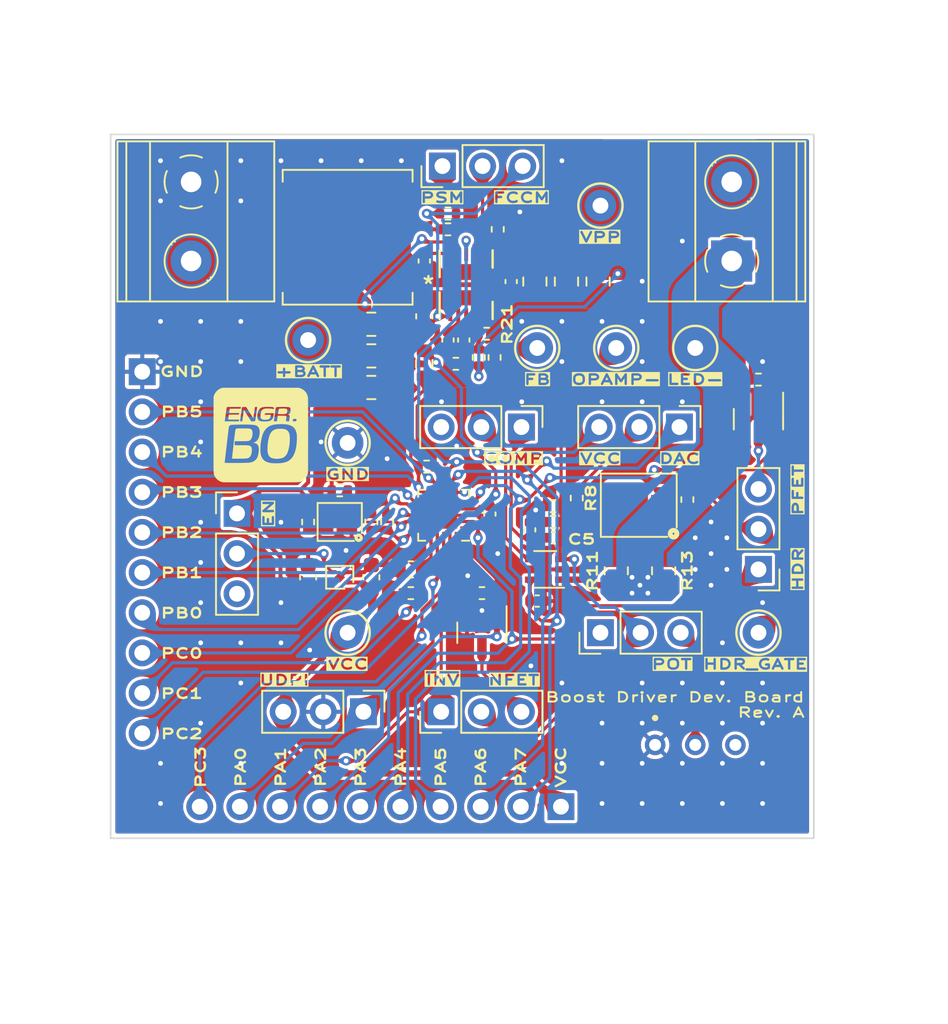
<source format=kicad_pcb>
(kicad_pcb (version 20240108) (generator "pcbnew") (generator_version "8.0")
  (title_block (title "Boost Driver Dev. Board") (rev "A") (company "Engineer Bo (https://www.youtube.com/@engineerbo)"))
  (layers (0 "F.Cu" signal) (1 "In1.Cu" signal) (2 "In2.Cu" signal) (31 "B.Cu" signal) (34 "B.Paste" user) (35 "F.Paste" user) (36 "B.SilkS" user "B.Silkscreen") (37 "F.SilkS" user "F.Silkscreen") (38 "B.Mask" user) (39 "F.Mask" user) (44 "Edge.Cuts" user))
  (net 0 "")
  (net 1 "GND")
  (net 2 "+BATT")
  (net 3 "VCC")
  (net 4 "/EN")
  (net 5 "/LED-")
  (net 6 "/ATtiny1616/UDPI")
  (net 7 "/DAC")
  (net 8 "/ATtiny1616/PC2")
  (net 9 "/ATtiny1616/PC3")
  (net 10 "/ATtiny1616/PA5")
  (net 11 "/ATtiny1616/PB1")
  (net 12 "/HDR")
  (net 13 "/FB")
  (net 14 "Net-(JP1-C)")
  (net 16 "VPP")
  (net 17 "/CurrentFeedback/OPAMP-")
  (net 18 "Net-(U4-BST)")
  (net 19 "Net-(U4-SS)")
  (net 20 "/INV")
  (net 21 "Net-(JP2-B)")
  (net 22 "Net-(JP3-C)")
  (net 24 "Net-(JP4-B)")
  (net 25 "Net-(U4-ILIM)")
  (net 26 "/~{HDR}")
  (net 27 "/~{INV}")
  (net 28 "/CurrentFeedback/HDR_GATE")
  (net 29 "/MP3432/SW")
  (net 30 "VDD")
  (net 31 "/BAT")
  (net 32 "/NTC")
  (net 33 "/BAT_EN")
  (net 34 "Net-(JP5-B)")
  (net 35 "/MP3432/COMP")
  (net 36 "Net-(JP6-A)")
  (net 38 "/OTC")
  (net 39 "Net-(C7-Pad1)")
  (net 40 "Net-(C14-Pad2)")
  (net 41 "Net-(JP6-C)")
  (net 43 "Net-(JP7-A)")
  (net 44 "Net-(Q1B-D2)")
  (net 45 "Net-(Q1A-D1)")
  (net 46 "/CurrentFeedback/HDR_DRAIN")
  (net 47 "/ATtiny1616/PB5")
  (net 48 "/ATtiny1616/PB3")
  (net 49 "/ATtiny1616/PB2")
  (net 50 "/MP3432/MODE")
  (footprint "Resistor_SMD:R_0402_1005Metric" (layer "F.Cu") (at 155.8 91.1)
    (property "Reference" "R21")
    (property "Value" "150k")
  )
  (footprint "Package_SON_AKL:Infineon_PG_TSDSON-8_FL" (layer "F.Cu") (at 165.425 101.9425 180)
    (property "Reference" "Q3" (hide yes))
    (property "Value" "ISZ065N03L5SATMA1" (hide yes))
  )
  (footprint "Connector_PinHeader_2.54mm:PinHeader_1x10_P2.54mm_Vertical" (layer "F.Cu") (at 160.5 121 -90)
    (property "Reference" "J4" (hide yes))
    (property "Value" "Conn_01x10_Pin")
  )
  (footprint "Resistor_SMD:R_0402_1005Metric" (layer "F.Cu") (at 153.350001 83.5)
    (property "Reference" "R16" (hide yes))
    (property "Value" "130k")
  )
  (footprint "TerminalBlock_Phoenix:TerminalBlock_Phoenix_MKDS-1,5-2_1x02_P5.00mm_Horizontal" (layer "F.Cu") (at 171.305 86.5 90)
    (property "Reference" "J2" (hide yes))
    (property "Value" "Screw_Terminal_01x02")
  )
  (footprint "Resistor_SMD:R_0402_1005Metric" (layer "F.Cu") (at 168.5 101.5875 -90)
    (property "Reference" "R10" (hide yes))
    (property "Value" "10k")
  )
  (footprint "Capacitor_SMD:C_0402_1005Metric" (layer "F.Cu") (at 151.850001 86.5 90)
    (property "Reference" "C13" (hide yes))
    (property "Value" "100nF")
  )
  (footprint "TestPoint:TestPoint_Keystone_5000-5004_Miniature" (layer "F.Cu") (at 147 98)
    (property "Reference" "TP2" (hide yes))
    (property "Value" "TestPoint_Probe")
  )
  (footprint "Resistor_SMD:R_0402_1005Metric" (layer "F.Cu") (at 160 102 180)
    (property "Reference" "R9" (hide yes))
    (property "Value" "3k3")
  )
  (footprint "TerminalBlock_Phoenix:TerminalBlock_Phoenix_MKDS-1,5-2_1x02_P5.00mm_Horizontal" (layer "F.Cu") (at 137.095 81.5 -90)
    (property "Reference" "J1" (hide yes))
    (property "Value" "Screw_Terminal_01x02")
  )
  (footprint "Capacitor_SMD:C_0402_1005Metric" (layer "F.Cu") (at 153.350001 91.5 -90)
    (property "Reference" "C12" (hide yes))
    (property "Value" "22nF")
  )
  (footprint "TestPoint:TestPoint_Keystone_5000-5004_Miniature" (layer "F.Cu") (at 164 92)
    (property "Reference" "TP5" (hide yes))
    (property "Value" "TestPoint_Probe")
  )
  (footprint "Connector_PinHeader_2.54mm:PinHeader_1x03_P2.54mm_Vertical" (layer "F.Cu") (at 168 97 -90)
    (property "Reference" "JP3" (hide yes))
    (property "Value" "Jumper_3_Bridged12")
  )
  (footprint "Capacitor_SMD:C_0805_2012Metric" (layer "F.Cu") (at 162.850001 87.8 -90)
    (property "Reference" "C18" (hide yes))
    (property "Value" "22uF")
  )
  (footprint "Capacitor_SMD:C_0402_1005Metric" (layer "F.Cu") (at 160.02 104 180)
    (property "Reference" "C5")
    (property "Value" "3.3nF")
  )
  (footprint "TestPoint:TestPoint_Keystone_5000-5004_Miniature" (layer "F.Cu") (at 169 92)
    (property "Reference" "TP6" (hide yes))
    (property "Value" "TestPoint_Probe")
  )
  (footprint "Resistor_SMD:R_0402_1005Metric" (layer "F.Cu") (at 155.3 92.6 90)
    (property "Reference" "R20" (hide yes))
    (property "Value" "750k")
  )
  (footprint "Capacitor_SMD:C_0603_1608Metric" (layer "F.Cu") (at 151.850001 90 90)
    (property "Reference" "C11" (hide yes))
    (property "Value" "4.7uF")
  )
  (footprint "Capacitor_SMD:C_0603_1608Metric" (layer "F.Cu") (at 144.5 106.5 90)
    (property "Reference" "C1" (hide yes))
    (property "Value" "4.7uF")
  )
  (footprint "TestPoint:TestPoint_Keystone_5000-5004_Miniature" (layer "F.Cu") (at 173 110)
    (property "Reference" "TP4" (hide yes))
    (property "Value" "TestPoint_Probe")
  )
  (footprint "Capacitor_SMD:C_0805_2012Metric" (layer "F.Cu") (at 148.5 90.5)
    (property "Reference" "C8" (hide yes))
    (property "Value" "22uF")
  )
  (footprint "Resistor_SMD:R_0402_1005Metric" (layer "F.Cu") (at 151 107.5 180)
    (property "Reference" "R6" (hide yes))
    (property "Value" "750k")
  )
  (footprint "Package_DFN_QFN:VQFN-20-1EP_3x3mm_P0.4mm_EP1.7x1.7mm" (layer "F.Cu") (at 153.075 102.575 180)
    (property "Reference" "U2" (hide yes))
    (property "Value" "ATtiny1616-M")
  )
  (footprint "TestPoint:TestPoint_Keystone_5000-5004_Miniature" (layer "F.Cu") (at 147 110)
    (property "Reference" "TP3" (hide yes))
    (property "Value" "TestPoint_Probe")
  )
  (footprint "Capacitor_SMD:C_0805_2012Metric" (layer "F.Cu") (at 160.850001 87.8 -90)
    (property "Reference" "C17" (hide yes))
    (property "Value" "22uF")
  )
  (footprint "Connector_PinHeader_2.54mm:PinHeader_1x03_P2.54mm_Vertical" (layer "F.Cu") (at 163 110 90)
    (property "Reference" "JP4" (hide yes))
    (property "Value" "Jumper_3_Bridged12")
  )
  (footprint "Package_TO_SOT_SMD:SOT-23" (layer "F.Cu") (at 155.5 110 -90)
    (property "Reference" "Q4" (hide yes))
    (property "Value" "2N7002K")
  )
  (footprint "Inductor_SMD:L_Coilcraft_XAL7070-XXX" (layer "F.Cu") (at 147 85)
    (property "Reference" "L1" (hide yes))
    (property "Value" "2.2uH")
  )
  (footprint "Resistor_SMD:R_0603_1608Metric" (layer "F.Cu") (at 151.850001 93 -90)
    (property "Reference" "TH1" (hide yes))
    (property "Value" "10k")
  )
  (footprint "footprints:3310C001503L" (layer "F.Cu") (at 166.46 117.095 -90)
    (property "Reference" "VR1" (hide yes))
    (property "Value" "3310C-001-104L" (hide yes))
  )
  (footprint "Package_TO_SOT_SMD:SOT-23" (layer "F.Cu") (at 173 96.5 -90)
    (property "Reference" "Q2" (hide yes))
    (property "Value" "BSS84")
  )
  (footprint "Package_TO_SOT_SMD_AKL:SOT-563" (layer "F.Cu") (at 146.5 103 180)
    (property "Reference" "Q1" (hide yes))
    (property "Value" "DMC2400UV" (hide yes))
  )
  (footprint "Capacitor_SMD:C_0805_2012Metric" (layer "F.Cu") (at 148.5 94.5)
    (property "Reference" "C10" (hide yes))
    (property "Value" "22uF")
  )
  (footprint "Connector_PinHeader_2.54mm:PinHeader_1x03_P2.54mm_Vertical" (layer "F.Cu") (at 140 102.46)
    (property "Reference" "JP1" (hide yes))
    (property "Value" "Jumper_3_Bridged12")
  )
  (footprint "Connector_PinHeader_2.54mm:PinHeader_1x03_P2.54mm_Vertical" (layer "F.Cu") (at 153 80.5 90)
    (property "Reference" "JP7" (hide yes))
    (property "Value" "Jumper_3_Bridged12")
  )
  (footprint "Resistor_SMD:R_0402_1005Metric" (layer "F.Cu") (at 161.5 101.49 -90)
    (property "Reference" "R8")
    (property "Value" "150k")
  )
  (footprint "Resistor_SMD:R_0402_1005Metric" (layer "F.Cu") (at 146.5 101 180)
    (property "Reference" "R5" (hide yes))
    (property "Value" "10k")
  )
  (footprint "Resistor_SMD:R_0402_1005Metric" (layer "F.Cu") (at 148.5 103 -90)
    (property "Reference" "R2" (hide yes))
    (property "Value" "20k")
  )
  (footprint "Resistor_SMD:R_0402_1005Metric" (layer "F.Cu") (at 153.850001 93 180)
    (property "Reference" "R19" (hide yes))
    (property "Value" "6k8")
  )
  (footprint "Resistor_SMD:R_0402_1005Metric" (layer "F.Cu") (at 153.350001 84.5 180)
    (property "Reference" "R17" (hide yes))
    (property "Value" "22k")
  )
  (footprint "Capacitor_SMD:C_0402_1005Metric" (layer "F.Cu") (at 157.350001 87.8 90)
    (property "Reference" "C15" (hide yes))
    (property "Value" "100nF")
  )
  (footprint "Connector_PinHeader_2.54mm:PinHeader_1x03_P2.54mm_Vertical" (layer "F.Cu") (at 173 106 180)
    (property "Reference" "JP2" (hide yes))
    (property "Value" "Jumper_3_Bridged12")
  )
  (footprint "footprints:QFN-13_MP3431_MNP" (layer "F.Cu") (at 154.5 88)
    (property "Reference" "U4" (hide yes))
    (property "Value" "MP3432GL-Z")
  )
  (footprint "Resistor_SMD:R_0402_1005Metric" (layer "F.Cu") (at 152 99.5)
    (property "Reference" "R1" (hide yes))
    (property "Value" "10k")
  )
  (footprint "Connector_PinHeader_2.54mm:PinHeader_1x03_P2.54mm_Vertical" (layer "F.Cu") (at 148 115 -90)
    (property "Reference" "J3" (hide yes))
    (property "Value" "Conn_01x03_Pin")
  )
  (footprint "Capacitor_SMD:C_0805_2012Metric" (layer "F.Cu") (at 158.850001 87.8 -90)
    (property "Reference" "C16" (hide yes))
    (property "Value" "22uF")
  )
  (footprint "Resistor_SMD:R_0402_1005Metric" (layer "F.Cu") (at 144.5 103 -90)
    (property "Reference" "R4" (hide yes))
    (property "Value" "10k")
  )
  (footprint "Resistor_SMD:R_0402_1005Metric" (layer "F.Cu") (at 173 94)
    (property "Reference" "R7" (hide yes))
    (property "Value" "10k")
  )
  (footprint "Capacitor_SMD:C_0805_2012Metric" (layer "F.Cu") (at 148.5 92.5)
    (property "Reference" "C9" (hide yes))
    (property "Value" "22uF")
  )
  (footprint "Capacitor_SMD:C_0603_1608Metric" (layer "F.Cu") (at 151 106 180)
    (property "Reference" "C3" (hide yes))
    (property "Value" "4.7uF")
  )
  (footprint "Connector_PinHeader_2.54mm:PinHeader_1x03_P2.54mm_Vertical" (layer "F.Cu") (at 158 97 -90)
    (property "Reference" "JP6" (hide yes))
    (property "Value" "Jumper_3_Bridged12")
  )
  (footprint "TestPoint:TestPoint_Keystone_5000-5004_Miniature" (layer "F.Cu") (at 163 83)
    (property "Reference" "TP8" (hide yes))
    (property "Value" "TestPoint_Probe")
  )
  (footprint "Capacitor_SMD:C_0402_1005Metric" (layer "F.Cu") (at 156 102.5 90)
    (property "Reference" "C4" (hide yes))
    (property "Value" "100nF")
  )
  (footprint "Resistor_SMD:R_0402_1005Metric" (layer "F.Cu") (at 149.5 103 90)
    (property "Reference" "R3" (hide yes))
    (property "Value" "10k")
  )
  (footprint "TestPoint:TestPoint_Keystone_5000-5004_Miniature" (layer "F.Cu") (at 159 92)
    (property "Reference" "TP7" (hide yes))
    (property "Value" "TestPoint_Probe")
  )
  (footprint "Capacitor_SMD:C_0603_1608Metric" (layer "F.Cu") (at 148.5 106.5 90)
    (property "Reference" "C2" (hide yes))
    (property "Value" "4.7uF")
  )
  (footprint "Package_TO_SOT_SMD:SOT-353_SC-70-5" (layer "F.Cu") (at 159.5 106 180)
    (property "Reference" "U3" (hide yes))
    (property "Value" "TLV333/OPA333")
  )
  (footprint "TestPoint:TestPoint_Keystone_5000-5004_Miniature" (layer "F.Cu") (at 144.5 91.5)
    (property "Reference" "TP1" (hide yes))
    (property "Value" "TestPoint_Probe")
  )
  (footprint "Package_DFN_QFN:OnSemi_XDFN4-1EP_1.0x1.0mm_EP0.52x0.52mm" (layer "F.Cu") (at 146.5 106.5 180)
    (property "Reference" "U1" (hide yes))
    (property "Value" "NCP114AMX250TCG")
  )
  (footprint "Resistor_SMD:R_0402_1005Metric" (layer "F.Cu") (at 156.5 84.5 90)
    (property "Reference" "R18" (hide yes))
    (property "Value" "27k")
  )
  (footprint "Engineer_Bo_Logo:logo_6mm" (layer "F.Cu") (at 141.5 97.5)
    (property "Reference" "LOGO1" (hide yes))
    (property "Value" "LOGO" (hide yes))
  )
  (footprint "Connector_PinHeader_2.54mm:PinHeader_1x03_P2.54mm_Vertical" (layer "F.Cu") (at 152.92 115 90)
    (property "Reference" "JP5" (hide yes))
    (property "Value" "Jumper_3_Bridged12")
  )
  (footprint "Resistor_SMD:R_0402_1005Metric" (layer "F.Cu") (at 155.5 107.5 180)
    (property "Reference" "R12" (hide yes))
    (property "Value" "10k")
  )
  (footprint "Resistor_SMD:R_0402_1005Metric" (layer "F.Cu") (at 156.3 92.6 90)
    (property "Reference" "R15" (hide yes))
    (property "Value" "100k")
  )
  (footprint "Capacitor_SMD:C_0402_1005Metric" (layer "F.Cu") (at 154.350001 91.5 -90)
    (property "Reference" "C14" (hide yes))
    (property "Value" "6.8nF")
  )
  (footprint "Capacitor_SMD:C_0402_1005Metric" (layer "F.Cu") (at 158.52 103.5 -90)
    (property "Reference" "C7" (hide yes))
    (property "Value" "DNP")
  )
  (footprint "Resistor_SMD:R_0402_1005Metric" (layer "F.Cu") (at 160 103 180)
    (property "Reference" "R14" (hide yes))
    (property "Value" "DNP")
  )
  (footprint "Resistor_SMD:R_0805_2012Metric" (layer "F.Cu") (at 164 106.0875 -90)
    (property "Reference" "R11")
    (property "Value" "5mR")
  )
  (footprint "Resistor_SMD:R_0805_2012Metric" (layer "F.Cu") (at 167 106.0875 -90)
    (property "Reference" "R13")
    (property "Value" "1R")
  )
  (footprint "Capacitor_SMD:C_0402_1005Metric" (layer "F.Cu") (at 159 108 180)
    (property "Reference" "C6" (hide yes))
    (property "Value" "100nF")
  )
  (footprint "Connector_PinHeader_2.54mm:PinHeader_1x10_P2.54mm_Vertical" (layer "F.Cu") (at 134 93.5)
    (property "Reference" "J5" (hide yes))
    (property "Value" "Conn_01x10_Pin")
  )
  (gr_rect (start 132 78.5) (end 176.5 123) (stroke (width 0.1)) (fill none) (layer "Edge.Cuts"))
  (gr_text "${TITLE}\nRev. ${REVISION}" (at 176 115.4 0) (layer "F.SilkS") (effects (font (size 0.6 0.9) (thickness 0.125) (bold yes)) (justify right bottom)))
  (segment (start 148.05 106.175) (end 148.5 105.725) (width 0.25) (layer "F.Cu") (net 1))
  (segment (start 146.985 106.175) (end 148.05 106.175) (width 0.25) (layer "F.Cu") (net 1))
  (segment (start 155.595 102.575) (end 156 102.98) (width 0.2) (layer "F.Cu") (net 1))
  (segment (start 146.985 106.175) (end 146.825 106.175) (width 0.25) (layer "F.Cu") (net 1))
  (segment (start 154.525 102.575) (end 155.595 102.575) (width 0.2) (layer "F.Cu") (net 1))
  (segment (start 146.825 106.175) (end 146.5 106.5) (width 0.25) (layer "F.Cu") (net 1))
  (segment (start 154.525 102.575) (end 153.075 102.575) (width 0.2) (layer "F.Cu") (net 1))
  (via (at 165.64 120.8) (size 0.6) (drill 0.3) (layers "F.Cu" "B.Cu") (net 1))
  (via (at 173.26 113.18) (size 0.6) (drill 0.3) (layers "F.Cu" "B.Cu") (net 1))
  (via (at 170 103) (size 0.6) (drill 0.3) (layers "F.Cu" "B.Cu") (net 1))
  (via (at 170.72 113.18) (size 0.6) (drill 0.3) (layers "F.Cu" "B.Cu") (net 1))
  (via (at 165.64 87.78) (size 0.6) (drill 0.3) (layers "F.Cu" "B.Cu") (net 1))
  (via (at 173.26 108.1) (size 0.6) (drill 0.3) (layers "F.Cu" "B.Cu") (net 1))
  (via (at 168.18 120.8) (size 0.6) (drill 0.3) (layers "F.Cu" "B.Cu") (net 1))
  (via (at 165.64 115.72) (size 0.6) (drill 0.3) (layers "F.Cu" "B.Cu") (net 1))
  (via (at 160.56 118.26) (size 0.6) (drill 0.3) (layers "F.Cu" "B.Cu") (net 1))
  (via (at 153.9 98.2) (size 0.6) (drill 0.3) (layers "F.Cu" "B.Cu") (net 1))
  (via (at 137.7 95.4) (size 0.6) (drill 0.3) (layers "F.Cu" "B.Cu") (net 1))
  (via (at 168.18 115.72) (size 0.6) (drill 0.3) (layers "F.Cu" "B.Cu") (net 1))
  (via (at 135.16 92.86) (size 0.6) (drill 0.3) (layers "F.Cu" "B.Cu") (net 1))
  (via (at 170 107) (size 0.6) (drill 0.3) (layers "F.Cu" "B.Cu") (net 1))
  (via (at 154.6 106.4) (size 0.6) (drill 0.3) (layers "F.Cu" "B.Cu") (net 1))
  (via (at 165.64 92.86) (size 0.6) (drill 0.3) (layers "F.Cu" "B.Cu") (net 1))
  (via (at 169 104) (size 0.6) (drill 0.3) (layers "F.Cu" "B.Cu") (net 1))
  (via (at 147.86 80.16) (size 0.6) (drill 0.3) (layers "F.Cu" "B.Cu") (net 1))
  (via (at 165.64 95.4) (size 0.6) (drill 0.3) (layers "F.Cu" "B.Cu") (net 1))
  (via (at 137.7 90.32) (size 0.6) (drill 0.3) (layers "F.Cu" "B.Cu") (net 1))
  (via (at 144.6 111.1) (size 0.6) (drill 0.3) (layers "F.Cu" "B.Cu") (net 1))
  (via (at 135.16 82.7) (size 0.6) (drill 0.3) (layers "F.Cu" "B.Cu") (net 1))
  (via (at 137.7 110.64) (size 0.6) (drill 0.3) (layers "F.Cu" "B.Cu") (net 1))
  (via (at 169 106) (size 0.6) (drill 0.3) (layers "F.Cu" "B.Cu") (net 1))
  (via (at 135.16 90.32) (size 0.6) (drill 0.3) (layers "F.Cu" "B.Cu") (net 1))
  (via (at 140.24 92.86) (size 0.6) (drill 0.3) (layers "F.Cu" "B.Cu") (net 1))
  (via (at 170 105) (size 0.6) (drill 0.3) (layers "F.Cu" "B.Cu") (net 1))
  (via (at 135.16 80.16) (size 0.6) (drill 0.3) (layers "F.Cu" "B.Cu") (net 1))
  (via (at 142.78 103.02) (size 0.6) (drill 0.3) (layers "F.Cu" "B.Cu") (net 1))
  (via (at 160.56 92.86) (size 0.6) (drill 0.3) (layers "F.Cu" "B.Cu") (net 1))
  (via (at 135.16 120.8) (size 0.6) (drill 0.3) (layers "F.Cu" "B.Cu") (net 1))
  (via (at 140.24 118.26) (size 0.6) (drill 0.3) (layers "F.Cu" "B.Cu") (net 1))
  (via (at 145.32 97.94) (size 0.6) (drill 0.3) (layers "F.Cu" "B.Cu") (net 1))
  (via (at 137.7 105.56) (size 0.6) (drill 0.3) (layers "F.Cu" "B.Cu") (net 1))
  (via (at 168.18 85.24) (size 0.6) (drill 0.3) (layers "F.Cu" "B.Cu") (net 1))
  (via (at 145.32 80.16) (size 0.6) (drill 0.3) (layers "F.Cu" "B.Cu") (net 1))
  (via (at 160.56 80.16) (size 0.6) (drill 0.3) (layers "F.Cu" "B.Cu") (net 1))
  (via (at 170.72 110.64) (size 0.6) (drill 0.3) (layers "F.Cu" "B.Cu") (net 1))
  (via (at 158.02 95.4) (size 0.6) (drill 0.3) (layers "F.Cu" "B.Cu") (net 1))
  (via (at 137.7 92.86) (size 0.6) (drill 0.3) (layers "F.Cu" "B.Cu") (net 1))
  (via (at 150.4 80.16) (size 0.6) (drill 0.3) (layers "F.Cu" "B.Cu") (net 1))
  (via (at 171 104) (size 0.6) (drill 0.3) (layers "F.Cu" "B.Cu") (net 1))
  (via (at 173.26 115.72) (size 0.6) (drill 0.3) (layers "F.Cu" "B.Cu") (net 1))
  (via (at 165.64 118.26) (size 0.6) (drill 0.3) (layers "F.Cu" "B.Cu") (net 1))
  (via (at 137.7 97.94) (size 0.6) (drill 0.3) (layers "F.Cu" "B.Cu") (net 1))
  (via (at 137.7 108.1) (size 0.6) (drill 0.3) (layers "F.Cu" "B.Cu") (net 1))
  (via (at 140.24 113.18) (size 0.6) (drill 0.3) (layers "F.Cu" "B.Cu") (net 1))
  (via (at 163.1 120.8) (size 0.6) (drill 0.3) (layers "F.Cu" "B.Cu") (net 1))
  (via (at 135.16 118.26) (size 0.6) (drill 0.3) (layers "F.Cu" "B.Cu") (net 1))
  (via (at 155.5 108.6) (size 0.6) (drill 0.3) (layers "F.Cu" "B.Cu") (net 1))
  (via (at 170.72 118.26) (size 0.6) (drill 0.3) (layers "F.Cu" "B.Cu") (net 1))
  (via (at 168.18 118.26) (size 0.6) (drill 0.3) (layers "F.Cu" "B.Cu") (net 1))
  (via (at 140.24 82.7) (size 0.6) (drill 0.3) (layers "F.Cu" "B.Cu") (net 1))
  (via (at 157.9 83.4) (size 0.6) (drill 0.3) (layers "F.Cu" "B.Cu") (net 1))
  (via (at 160.56 90.32) (size 0.6) (drill 0.3) (layers "F.Cu" "B.Cu") (net 1))
  (via (at 158.6 112.1) (size 0.6) (drill 0.3) (layers "F.Cu" "B.Cu") (net 1))
  (via (at 173.26 118.26) (size 0.6) (drill 0.3) (layers "F.Cu" "B.Cu") (net 1))
  (via (at 170.72 115.72) (size 0.6) (drill 0.3) (layers "F.Cu" "B.Cu") (net 1))
  (via (at 137.7 115.72) (size 0.6) (drill 0.3) (layers "F.Cu" "B.Cu") (net 1))
  (via (at 152.94 95.4) (size 0.6) (drill 0.3) (layers "F.Cu" "B.Cu") (net 1))
  (via (at 163.1 115.72) (size 0.6) (drill 0.3) (layers "F.Cu" "B.Cu") (net 1))
  (via (at 158.9 102.245968) (size 0.6) (drill 0.3) (layers "F.Cu" "B.Cu") (net 1))
  (via (at 163.1 90.32) (size 0.6) (drill 0.3) (layers "F.Cu" "B.Cu") (net 1))
  (via (at 156.5 105) (size 0.6) (drill 0.3) (layers "F.Cu" "B.Cu") (net 1))
  (via (at 168.18 113.18) (size 0.6) (drill 0.3) (layers "F.Cu" "B.Cu") (net 1))
  (via (at 165.64 113.18) (size 0.6) (drill 0.3) (layers "F.Cu" "B.Cu") (net 1))
  (via (at 140.24 90.32) (size 0.6) (drill 0.3) (layers "F.Cu" "B.Cu") (net 1))
  (via (at 165.64 90.32) (size 0.6) (drill 0.3) (layers "F.Cu" "B.Cu") (net 1))
  (via (at 140.24 110.64) (size 0.6) (drill 0.3) (layers "F.Cu" "B.Cu") (net 1))
  (via (at 140.24 80.16) (size 0.6) (drill 0.3) (layers "F.Cu" "B.Cu") (net 1))
  (via (at 137.7 103.02) (size 0.6) (drill 0.3) (layers "F.Cu" "B.Cu") (net 1))
  (via (at 173.26 92.86) (size 0.6) (drill 0.3) (layers "F.Cu" "B.Cu") (net 1))
  (via (at 149.5 99) (size 0.6) (drill 0.3) (layers "F.Cu" "B.Cu") (net 1))
  (via (at 173.26 120.8) (size 0.6) (drill 0.3) (layers "F.Cu" "B.Cu") (net 1))
  (via (at 142.78 80.16) (size 0.6) (drill 0.3) (layers "F.Cu" "B.Cu") (net 1))
  (via (at 170.72 120.8) (size 0.6) (drill 0.3) (layers "F.Cu" "B.Cu") (net 1))
  (via (at 163.1 95.4) (size 0.6) (drill 0.3) (layers "F.Cu" "B.Cu") (net 1))
  (via (at 168.18 95.4) (size 0.6) (drill 0.3) (layers "F.Cu" "B.Cu") (net 1))
  (via (at 171 106) (size 0.6) (drill 0.3) (layers "F.Cu" "B.Cu") (net 1))
  (via (at 142.78 110.64) (size 0.6) (drill 0.3) (layers "F.Cu" "B.Cu") (net 1))
  (via (at 160.56 113.18) (size 0.6) (drill 0.3) (layers "F.Cu" "B.Cu") (net 1))
  (via (at 158.02 90.32) (size 0.6) (drill 0.3) (layers "F.Cu" "B.Cu") (net 1))
  (via (at 142.78 108.1) (size 0.6) (drill 0.3) (layers "F.Cu" "B.Cu") (net 1))
  (via (at 163.1 118.26) (size 0.6) (drill 0.3) (layers "F.Cu" "B.Cu") (net 1))
  (via (at 146.9 104.8) (size 0.6) (drill 0.3) (layers "F.Cu" "B.Cu") (net 1))
  (segment (start 145.5 94.5) (end 147.55 94.5) (width 0.25) (layer "F.Cu") (net 2))
  (segment (start 140.03 102.49) (end 140 102.46) (width 0.2) (layer "F.Cu") (net 2))
  (segment (start 153.7 85.3) (end 151.9 85.3) (width 0.2) (layer "F.Cu") (net 2))
  (segment (start 141.5 101) (end 144 101) (width 0.25) (layer "F.Cu") (net 2))
  (segment (start 140 102.46) (end 140.04 102.46) (width 0.25) (layer "F.Cu") (net 2))
  (segment (start 142.75 105.21) (end 140 102.46) (width 0.25) (layer "F.Cu") (net 2))
  (segment (start 144.5 100.5) (end 144.5 95.5) (width 0.25) (layer "F.Cu") (net 2))
  (segment (start 146.015 106.825) (end 144.95 106.825) (width 0.25) (layer "F.Cu") (net 2))
  (segment (start 144.5 101.5) (end 144 101) (width 0.2) (layer "F.Cu") (net 2))
  (segment (start 143.525 107.275) (end 142.75 106.5) (width 0.25) (layer "F.Cu") (net 2))
  (segment (start 151.9 85.3) (end 151.7 85.1) (width 0.2) (layer "F.Cu") (net 2))
  (segment (start 140.04 102.46) (end 141.5 101) (width 0.25) (layer "F.Cu") (net 2))
  (segment (start 154.000001 86.100001) (end 154.000001 85.600001) (width 0.2) (layer "F.Cu") (net 2))
  (segment (start 144 101) (end 144.5 100.5) (width 0.25) (layer "F.Cu") (net 2))
  (segment (start 144.5 102.49) (end 144.5 101.5) (width 0.2) (layer "F.Cu") (net 2))
  (segment (start 144.5 95.5) (end 145.5 94.5) (width 0.25) (layer "F.Cu") (net 2))
  (segment (start 144.95 106.825) (end 144.5 107.275) (width 0.25) (layer "F.Cu") (net 2))
  (segment (start 145.75 102.5) (end 144.51 102.5) (width 0.2) (layer "F.Cu") (net 2))
  (segment (start 142.75 106.5) (end 142.75 105.21) (width 0.25) (layer "F.Cu") (net 2))
  (segment (start 154.000001 85.600001) (end 153.7 85.3) (width 0.2) (layer "F.Cu") (net 2))
  (segment (start 144.5 107.275) (end 143.525 107.275) (width 0.25) (layer "F.Cu") (net 2))
  (segment (start 144.51 102.5) (end 144.5 102.49) (width 0.2) (layer "F.Cu") (net 2))
  (via (at 148.1 89.2) (size 0.6) (drill 0.3) (layers "F.Cu" "B.Cu") (net 2))
  (via (at 151.7 85.1) (size 0.6) (drill 0.3) (layers "F.Cu" "B.Cu") (net 2))
  (segment (start 148.1 88.7) (end 148.1 89.2) (width 0.2) (layer "B.Cu") (net 2))
  (segment (start 151.7 85.1) (end 148.1 88.7) (width 0.2) (layer "B.Cu") (net 2))
  (segment (start 147 110) (end 142.92 114.08) (width 0.4) (layer "F.Cu") (net 3))
  (segment (start 148.05 106.825) (end 148.5 107.275) (width 0.25) (layer "F.Cu") (net 3))
  (segment (start 142.92 116.72) (end 145.1 118.9) (width 0.4) (layer "F.Cu") (net 3))
  (segment (start 146.985 106.825) (end 148.05 106.825) (width 0.25) (layer "F.Cu") (net 3))
  (segment (start 148.5 108.5) (end 148.5 107.275) (width 0.4) (layer "F.Cu") (net 3))
  (segment (start 155.225 102.175) (end 155.38 102.02) (width 0.2) (layer "F.Cu") (net 3))
  (segment (start 154.525 102.175) (end 155.225 102.175) (width 0.2) (layer "F.Cu") (net 3))
  (segment (start 156 101.625) (end 156.375 101.25) (width 0.2) (layer "F.Cu") (net 3))
  (segment (start 158.4 118.9) (end 160.5 121) (width 0.4) (layer "F.Cu") (net 3))
  (segment (start 142.92 114.08) (end 142.92 115) (width 0.4) (layer "F.Cu") (net 3))
  (segment (start 152.5875 92.9125) (end 152.5875 92.912499) (width 0.2) (layer "F.Cu") (net 3))
  (segment (start 156 102.02) (end 156 101.625) (width 0.2) (layer "F.Cu") (net 3))
  (segment (start 147 110) (end 148.5 108.5) (width 0.4) (layer "F.Cu") (net 3))
  (segment (start 145.1 118.9) (end 158.4 118.9) (width 0.4) (layer "F.Cu") (net 3))
  (segment (start 155.2 98.6) (end 156.375 99.775) (width 0.2) (layer "F.Cu") (net 3))
  (segment (start 155.38 102.02) (end 156 102.02) (width 0.2) (layer "F.Cu") (net 3))
  (segment (start 142.92 115) (end 142.92 116.72) (width 0.4) (layer "F.Cu") (net 3))
  (segment (start 156.375 99.775) (end 156.375 101.25) (width 0.2) (layer "F.Cu") (net 3))
  (segment (start 152.5875 92.912499) (end 151.850001 92.175) (width 0.2) (layer "F.Cu") (net 3))
  (via (at 155.2 98.6) (size 0.6) (drill 0.3) (layers "F.Cu" "B.Cu") (net 3))
  (via (at 156.375 101.25) (size 0.6) (drill 0.3) (layers "F.Cu" "B.Cu") (net 3))
  (via (at 152.5875 92.9125) (size 0.6) (drill 0.3) (layers "F.Cu" "B.Cu") (net 3))
  (segment (start 154.2 94.525) (end 152.5875 92.9125) (width 0.2) (layer "B.Cu") (net 3))
  (segment (start 161.32 98.6) (end 162.92 97) (width 0.2) (layer "B.Cu") (net 3))
  (segment (start 155.2 98.6) (end 154.2 97.6) (width 0.2) (layer "B.Cu") (net 3))
  (segment (start 154.5 102.5) (end 155.125 102.5) (width 0.4) (layer "B.Cu") (net 3))
  (segment (start 147 110) (end 154.5 102.5) (width 0.4) (layer "B.Cu") (net 3))
  (segment (start 155.125 102.5) (end 156.375 101.25) (width 0.4) (layer "B.Cu") (net 3))
  (segment (start 154.2 97.6) (end 154.2 94.525) (width 0.2) (layer "B.Cu") (net 3))
  (segment (start 155.2 98.6) (end 161.32 98.6) (width 0.2) (layer "B.Cu") (net 3))
  (segment (start 160.25 109.25) (end 159.25 109.25) (width 0.2) (layer "F.Cu") (net 4))
  (segment (start 159.25 109.25) (end 158.52 108.52) (width 0.2) (layer "F.Cu") (net 4))
  (segment (start 153.075 101.125) (end 153.075 100.025) (width 0.2) (layer "F.Cu") (net 4))
  (segment (start 158.55 107.97) (end 158.52 108) (width 0.2) (layer "F.Cu") (net 4))
  (segment (start 158.55 106.65) (end 158.55 107.97) (width 0.2) (layer "F.Cu") (net 4))
  (segment (start 158.52 108.52) (end 158.52 108) (width 0.2) (layer "F.Cu") (net 4))
  (segment (start 153.075 100.025) (end 153.9 99.2) (width 0.2) (layer "F.Cu") (net 4))
  (segment (start 154.5 85.2) (end 154.5 86.100001) (width 0.2) (layer "F.Cu") (net 4))
  (via (at 154.5 85.2) (size 0.6) (drill 0.3) (layers "F.Cu" "B.Cu") (net 4))
  (via (at 153.9 99.2) (size 0.6) (drill 0.3) (layers "F.Cu" "B.Cu") (net 4))
  (via (at 160.25 109.25) (size 0.6) (drill 0.3) (layers "F.Cu" "B.Cu") (net 4))
  (segment (start 154.5 89.5) (end 154.5 85.2) (width 0.2) (layer "B.Cu") (net 4))
  (segment (start 160.25 109.25) (end 160.25 101.45) (width 0.2) (layer "B.Cu") (net 4))
  (segment (start 153.9 99.2) (end 153.1 99.2) (width 0.2) (layer "B.Cu") (net 4))
  (segment (start 153.1 99.2) (end 151.5 97.6) (width 0.2) (layer "B.Cu") (net 4))
  (segment (start 151.5 97.6) (end 151.5 92.5) (width 0.2) (layer "B.Cu") (net 4))
  (segment (start 151.5 92.5) (end 154.5 89.5) (width 0.2) (layer "B.Cu") (net 4))
  (segment (start 160.25 109.25) (end 159.8 109.7) (width 0.2) (layer "B.Cu") (net 4))
  (segment (start 159.8 109.7) (end 159.8 119.16) (width 0.2) (layer "B.Cu") (net 4))
  (segment (start 159.8 119.16) (end 157.96 121) (width 0.2) (layer "B.Cu") (net 4))
  (segment (start 158 99.2) (end 153.9 99.2) (width 0.2) (layer "B.Cu") (net 4))
  (segment (start 160.25 101.45) (end 158 99.2) (width 0.2) (layer "B.Cu") (net 4))
  (segment (start 162.35 107) (end 164 107) (width 0.4) (layer "F.Cu") (net 5))
  (segment (start 160.45 106.65) (end 162 106.65) (width 0.4) (layer "F.Cu") (net 5))
  (segment (start 162 106.65) (end 162.35 107) (width 0.4) (layer "F.Cu") (net 5))
  (via (at 166 107.5) (size 0.6) (drill 0.3) (layers "F.Cu" "B.Cu") (net 5))
  (via (at 165.5 107) (size 0.6) (drill 0.3) (layers "F.Cu" "B.Cu") (net 5))
  (via (at 165 106.5) (size 0.6) (drill 0.3) (layers "F.Cu" "B.Cu") (net 5))
  (via (at 165 107.5) (size 0.6) (drill 0.3) (layers "F.Cu" "B.Cu") (net 5))
  (via (at 166 106.5) (size 0.6) (drill 0.3) (layers "F.Cu" "B.Cu") (net 5))
  (segment (start 171 98.75) (end 165.5 104.25) (width 3) (layer "B.Cu") (net 5))
  (segment (start 165.5 104.25) (end 165.5 106) (width 3) (layer "B.Cu") (net 5))
  (segment (start 169 92) (end 171 94) (width 3) (layer "B.Cu") (net 5))
  (segment (start 171 94) (end 171 98.75) (width 3) (layer "B.Cu") (net 5))
  (segment (start 169 88.805) (end 171.305 86.5) (width 3) (layer "B.Cu") (net 5))
  (segment (start 169 92) (end 169 88.805) (width 3) (layer "B.Cu") (net 5))
  (segment (start 152.4 108.4) (end 153.475 107.325) (width 0.2) (layer "F.Cu") (net 6))
  (segment (start 152.4 110.6) (end 152.4 108.4) (width 0.2) (layer "F.Cu") (net 6))
  (segment (start 148 115) (end 152.4 110.6) (width 0.2) (layer "F.Cu") (net 6))
  (segment (start 153.475 107.325) (end 153.475 104.025) (width 0.2) (layer "F.Cu") (net 6))
  (segment (start 146 117) (end 148 115) (width 0.2) (layer "B.Cu") (net 6))
  (segment (start 144.18 117) (end 146 117) (width 0.2) (layer "B.Cu") (net 6))
  (segment (start 140.18 121) (end 144.18 117) (width 0.2) (layer "B.Cu") (net 6))
  (segment (start 154 100) (end 153.475 100.525) (width 0.2) (layer "F.Cu") (net 7))
  (segment (start 153.475 100.525) (end 153.475 101.125) (width 0.2) (layer "F.Cu") (net 7))
  (segment (start 159.55 99.15) (end 159.6 99.15) (width 0.2) (layer "F.Cu") (net 7))
  (segment (start 158.361091 100.338909) (end 159.55 99.15) (width 0.2) (layer "F.Cu") (net 7))
  (via (at 159.6 99.15) (size 0.6) (drill 0.3) (layers "F.Cu" "B.Cu") (net 7))
  (via (at 158.361091 100.338909) (size 0.6) (drill 0.3) (layers "F.Cu" "B.Cu") (net 7))
  (via (at 154 100) (size 0.6) (drill 0.3) (layers "F.Cu" "B.Cu") (net 7))
  (segment (start 165.4 99.6) (end 168 97) (width 0.2) (layer "B.Cu") (net 7))
  (segment (start 159.346 117.074) (end 155.42 121) (width 0.2) (layer "B.Cu") (net 7))
  (segment (start 159.346 109.254) (end 159.346 117.074) (width 0.2) (layer "B.Cu") (net 7))
  (segment (start 160.05 99.6) (end 165.4 99.6) (width 0.2) (layer "B.Cu") (net 7))
  (segment (start 159.8 108.8) (end 159.346 109.254) (width 0.2) (layer "B.Cu") (net 7))
  (segment (start 159.8 101.777818) (end 159.8 108.8) (width 0.2) (layer "B.Cu") (net 7))
  (segment (start 154 100) (end 154.2 99.8) (width 0.2) (layer "B.Cu") (net 7))
  (segment (start 154.2 99.8) (end 157.822182 99.8) (width 0.2) (layer "B.Cu") (net 7))
  (segment (start 158.361091 100.338909) (end 159.8 101.777818) (width 0.2) (layer "B.Cu") (net 7))
  (segment (start 159.6 99.15) (end 160.05 99.6) (width 0.2) (layer "B.Cu") (net 7))
  (segment (start 157.822182 99.8) (end 158.361091 100.338909) (width 0.2) (layer "B.Cu") (net 7))
  (segment (start 152.675 106.625) (end 152.4 106.9) (width 0.2) (layer "F.Cu") (net 8))
  (segment (start 152.675 104.025) (end 152.675 106.625) (width 0.2) (layer "F.Cu") (net 8))
  (via (at 152.4 106.9) (size 0.6) (drill 0.3) (layers "F.Cu" "B.Cu") (net 8))
  (segment (start 137.86 112.5) (end 134 116.36) (width 0.2) (layer "B.Cu") (net 8))
  (segment (start 148 112.5) (end 137.86 112.5) (width 0.2) (layer "B.Cu") (net 8))
  (segment (start 152.4 106.9) (end 152.4 108.1) (width 0.2) (layer "B.Cu") (net 8))
  (segment (start 152.4 108.1) (end 148 112.5) (width 0.2) (layer "B.Cu") (net 8))
  (segment (start 151.7 108.575736) (end 153.075 107.200736) (width 0.2) (layer "F.Cu") (net 9))
  (segment (start 153.075 107.200736) (end 153.075 104.025) (width 0.2) (layer "F.Cu") (net 9))
  (segment (start 151.7 110.2) (end 151.7 108.575736) (width 0.2) (layer "F.Cu") (net 9))
  (via (at 151.7 110.2) (size 0.6) (drill 0.3) (layers "F.Cu" "B.Cu") (net 9))
  (segment (start 151.7 110.2) (end 148.8 113.1) (width 0.2) (layer "B.Cu") (net 9))
  (segment (start 148.8 113.1) (end 141.8 113.1) (width 0.2) (layer "B.Cu") (net 9))
  (segment (start 137.64 117.26) (end 137.64 121) (width 0.2) (layer "B.Cu") (net 9))
  (segment (start 141.8 113.1) (end 137.64 117.26) (width 0.2) (layer "B.Cu") (net 9))
  (segment (start 153.875 101.125) (end 154.375 101.125) (width 0.2) (layer "F.Cu") (net 10))
  (segment (start 154.375 101.125) (end 154.4 101.1) (width 0.2) (layer "F.Cu") (net 10))
  (via (at 154.4 101.1) (size 0.6) (drill 0.3) (layers "F.Cu" "B.Cu") (net 10))
  (segment (start 158 105.5) (end 158.5 106) (width 0.2) (layer "B.Cu") (net 10))
  (segment (start 158.5 106) (end 158.5 111.2) (width 0.2) (layer "B.Cu") (net 10))
  (segment (start 151.3 114.2) (end 151.3 119.42) (width 0.2) (layer "B.Cu") (net 10))
  (segment (start 158.5 111.2) (end 157.2 112.5) (width 0.2) (layer "B.Cu") (net 10))
  (segment (start 154.4 101.1) (end 155.3 100.2) (width 0.2) (layer "B.Cu") (net 10))
  (segment (start 157.35 100.2) (end 158.5 101.35) (width 0.2) (layer "B.Cu") (net 10))
  (segment (start 151.3 119.42) (end 152.88 121) (width 0.2) (layer "B.Cu") (net 10))
  (segment (start 158.5 101.35) (end 158.5 101.8) (width 0.2) (layer "B.Cu") (net 10))
  (segment (start 153 112.5) (end 151.3 114.2) (width 0.2) (layer "B.Cu") (net 10))
  (segment (start 158 102.3) (end 158 105.5) (width 0.2) (layer "B.Cu") (net 10))
  (segment (start 157.2 112.5) (end 153 112.5) (width 0.2) (layer "B.Cu") (net 10))
  (segment (start 158.5 101.8) (end 158 102.3) (width 0.2) (layer "B.Cu") (net 10))
  (segment (start 155.3 100.2) (end 157.35 100.2) (width 0.2) (layer "B.Cu") (net 10))
  (segment (start 150.675 102.575) (end 150.5 102.4) (width 0.2) (layer "F.Cu") (net 11))
  (segment (start 151.625 102.575) (end 150.675 102.575) (width 0.2) (layer "F.Cu") (net 11))
  (via (at 150.5 102.4) (size 0.6) (drill 0.3) (layers "F.Cu" "B.Cu") (net 11))
  (segment (start 150.5 102.4) (end 146.6 106.3) (width 0.2) (layer "B.Cu") (net 11))
  (segment (start 146.6 106.3) (end 146.5 106.2) (width 0.2) (layer "B.Cu") (net 11))
  (segment (start 146.5 106.2) (end 134 106.2) (width 0.2) (layer "B.Cu") (net 11))
  (segment (start 154.975 102.975) (end 155.25 103.25) (width 0.2) (layer "F.Cu") (net 12))
  (segment (start 160.1 110.4) (end 162.2 108.3) (width 0.2) (layer "F.Cu") (net 12))
  (segment (start 170.7 108.3) (end 173 106) (width 0.2) (layer "F.Cu") (net 12))
  (segment (start 154.525 102.975) (end 154.975 102.975) (width 0.2) (layer "F.Cu") (net 12))
  (segment (start 155.25 103.25) (end 155.25 104) (width 0.2) (layer "F.Cu") (net 12))
  (segment (start 162.2 108.3) (end 170.7 108.3) (width 0.2) (layer "F.Cu") (net 12))
  (segment (start 157.4 110.4) (end 160.1 110.4) (width 0.2) (layer "F.Cu") (net 12))
  (via (at 155.25 104) (size 0.6) (drill 0.3) (layers "F.Cu" "B.Cu") (net 12))
  (via (at 157.4 110.4) (size 0.6) (drill 0.3) (layers "F.Cu" "B.Cu") (net 12))
  (segment (start 150.2 118.6) (end 147.8 121) (width 0.2) (layer "B.Cu") (net 12))
  (segment (start 150.2 113.8) (end 150.2 118.6) (width 0.2) (layer "B.Cu") (net 12))
  (segment (start 156.5 111.3) (end 152.7 111.3) (width 0.2) (layer "B.Cu") (net 12))
  (segment (start 155.25 105.25) (end 157.4 107.4) (width 0.2) (layer "B.Cu") (net 12))
  (segment (start 157.4 107.4) (end 157.4 110.4) (width 0.2) (layer "B.Cu") (net 12))
  (segment (start 152.7 111.3) (end 150.2 113.8) (width 0.2) (layer "B.Cu") (net 12))
  (segment (start 157.4 110.4) (end 156.5 111.3) (width 0.2) (layer "B.Cu") (net 12))
  (segment (start 155.25 104) (end 155.25 105.25) (width 0.2) (layer "B.Cu") (net 12))
  (segment (start 155.3 91.11) (end 155.29 91.1) (width 0.2) (layer "F.Cu") (net 13))
  (segment (start 156.3 92.09) (end 158.91 92.09) (width 0.2) (layer "F.Cu") (net 13))
  (segment (start 156.3 92.09) (end 155.3 92.09) (width 0.2) (layer "F.Cu") (net 13))
  (segment (start 155.3 92.09) (end 155.3 91.11) (width 0.2) (layer "F.Cu") (net 13))
  (segment (start 155.29 91.1) (end 154.999999 90.809999) (width 0.2) (layer "F.Cu") (net 13))
  (segment (start 158.91 92.09) (end 159 92) (width 0.2) (layer "F.Cu") (net 13))
  (segment (start 154.999999 90.809999) (end 154.999999 89.899999) (width 0.2) (layer "F.Cu") (net 13))
  (segment (start 145.5 105.66) (end 145.5 105) (width 0.2) (layer "F.Cu") (net 14))
  (segment (start 146.015 106.175) (end 145.5 105.66) (width 0.2) (layer "F.Cu") (net 14))
  (via (at 145.5 105) (size 0.6) (drill 0.3) (layers "F.Cu" "B.Cu") (net 14))
  (segment (start 145.5 105) (end 140 105) (width 0.2) (layer "B.Cu") (net 14))
  (segment (start 172.49 91.01) (end 173.75 89.75) (width 0.2) (layer "F.Cu") (net 16))
  (segment (start 173.75 89.75) (end 173.75 83.945) (width 0.2) (layer "F.Cu") (net 16))
  (segment (start 172.05 95.5625) (end 172.05 94.44) (width 0.2) (layer "F.Cu") (net 16))
  (segment (start 155.3 93.11) (end 155.3 93.8) (width 0.2) (layer "F.Cu") (net 16))
  (segment (start 172.05 94.44) (end 172.49 94) (width 0.2) (layer "F.Cu") (net 16))
  (segment (start 173.75 83.945) (end 171.305 81.5) (width 0.2) (layer "F.Cu") (net 16))
  (segment (start 172.49 94) (end 172.49 91.01) (width 0.2) (layer "F.Cu") (net 16))
  (via (at 155.3 93.8) (size 0.6) (drill 0.3) (layers "F.Cu" "B.Cu") (net 16))
  (via (at 164.1 87.3) (size 0.6) (drill 0.3) (layers "F.Cu" "B.Cu") (net 16))
  (segment (start 157.8 89.4) (end 162 89.4) (width 0.2) (layer "B.Cu") (net 16))
  (segment (start 155.3 91.9) (end 157.8 89.4) (width 0.2) (layer "B.Cu") (net 16))
  (segment (start 162 89.4) (end 164.1 87.3) (width 0.2) (layer "B.Cu") (net 16))
  (segment (start 155.3 93.8) (end 155.3 91.9) (width 0.2) (layer "B.Cu") (net 16))
  (segment (start 156.96 116.5) (end 159.04 116.5) (width 0.2) (layer "F.Cu") (net 17))
  (segment (start 160.45 104.05) (end 160.5 104) (width 0.2) (layer "F.Cu") (net 17))
  (segment (start 160.51 102) (end 160.51 103.99) (width 0.2) (layer "F.Cu") (net 17))
  (segment (start 160.51 103.99) (end 160.5 104) (width 0.2) (layer "F.Cu") (net 17))
  (segment (start 159.04 116.5) (end 165.54 110) (width 0.2) (layer "F.Cu") (net 17))
  (segment (start 160.51 102) (end 161.5 102) (width 0.2) (layer "F.Cu") (net 17))
  (segment (start 155.46 115) (end 156.96 116.5) (width 0.2) (layer "F.Cu") (net 17))
  (segment (start 161.35 105.35) (end 160.45 105.35) (width 0.2) (layer "F.Cu") (net 17))
  (segment (start 160.51 102) (end 160.51 95.49) (width 0.2) (layer "F.Cu") (net 17))
  (segment (start 160.51 95.49) (end 164 92) (width 0.2) (layer "F.Cu") (net 17))
  (segment (start 160.45 105.35) (end 160.45 104.05) (width 0.2) (layer "F.Cu") (net 17))
  (via (at 161.35 105.35) (size 0.6) (drill 0.3) (layers "F.Cu" "B.Cu") (net 17))
  (segment (start 163.94 108.4) (end 163 108.4) (width 0.2) (layer "B.Cu") (net 17))
  (segment (start 165.54 110) (end 163.94 108.4) (width 0.2) (layer "B.Cu") (net 17))
  (segment (start 161.35 106.75) (end 161.35 105.35) (width 0.2) (layer "B.Cu") (net 17))
  (segment (start 163 108.4) (end 161.35 106.75) (width 0.2) (layer "B.Cu") (net 17))
  (segment (start 153.419998 86.02) (end 153.499999 86.100001) (width 0.2) (layer "F.Cu") (net 18))
  (segment (start 151.850001 86.02) (end 153.419998 86.02) (width 0.2) (layer "F.Cu") (net 18))
  (segment (start 154.000001 90.37) (end 153.350001 91.02) (width 0.2) (layer "F.Cu") (net 19))
  (segment (start 154.000001 89.899999) (end 154.000001 90.37) (width 0.2) (layer "F.Cu") (net 19))
  (segment (start 156.01 107.5) (end 156.01 106.76) (width 0.2) (layer "F.Cu") (net 20))
  (segment (start 156.45 107.94) (end 156.01 107.5) (width 0.2) (layer "F.Cu") (net 20))
  (segment (start 156.45 109.0625) (end 156.45 107.94) (width 0.2) (layer "F.Cu") (net 20))
  (segment (start 156.45 110.25) (end 156.45 109.0625) (width 0.2) (layer "F.Cu") (net 20))
  (segment (start 154.525 105.275) (end 154.525 103.375) (width 0.2) (layer "F.Cu") (net 20))
  (segment (start 156.01 106.76) (end 154.525 105.275) (width 0.2) (layer "F.Cu") (net 20))
  (via (at 156.45 110.25) (size 0.6) (drill 0.3) (layers "F.Cu" "B.Cu") (net 20))
  (segment (start 153.05 110.25) (end 149.6 113.7) (width 0.2) (layer "B.Cu") (net 20))
  (segment (start 149.6 113.7) (end 149.6 116.66) (width 0.2) (layer "B.Cu") (net 20))
  (segment (start 149.6 116.66) (end 145.26 121) (width 0.2) (layer "B.Cu") (net 20))
  (segment (start 156.45 110.25) (end 153.05 110.25) (width 0.2) (layer "B.Cu") (net 20))
  (segment (start 173 97.4375) (end 173 98.5) (width 0.2) (layer "F.Cu") (net 21))
  (via (at 173 98.5) (size 0.6) (drill 0.3) (layers "F.Cu" "B.Cu") (net 21))
  (segment (start 173 98.5) (end 173 100.92) (width 0.2) (layer "B.Cu") (net 21))
  (segment (start 161.5 100.98) (end 161.5 100.96) (width 0.2) (layer "F.Cu") (net 22))
  (segment (start 161.5 100.96) (end 165.46 97) (width 0.2) (layer "F.Cu") (net 22))
  (segment (start 169 110.92) (end 169 117.095) (width 0.2) (layer "F.Cu") (net 24))
  (segment (start 168.08 110) (end 169 110.92) (width 0.2) (layer "F.Cu") (net 24))
  (segment (start 155.500001 86.100001) (end 155.500001 85.679999) (width 0.2) (layer "F.Cu") (net 25))
  (segment (start 155.500001 85.679999) (end 156.17 85.01) (width 0.2) (layer "F.Cu") (net 25))
  (segment (start 156.17 85.01) (end 156.5 85.01) (width 0.2) (layer "F.Cu") (net 25))
  (segment (start 173.95 94.44) (end 173.51 94) (width 0.2) (layer "F.Cu") (net 26))
  (segment (start 172.675 99.7) (end 173.95 98.425) (width 0.2) (layer "F.Cu") (net 26))
  (segment (start 173.95 95.5625) (end 173.95 94.44) (width 0.2) (layer "F.Cu") (net 26))
  (segment (start 155.4 101.3) (end 154.925 101.775) (width 0.2) (layer "F.Cu") (net 26))
  (segment (start 158.423267 101.576733) (end 157.9 101.576733) (width 0.2) (layer "F.Cu") (net 26))
  (segment (start 159.8 100.2) (end 158.423267 101.576733) (width 0.2) (layer "F.Cu") (net 26))
  (segment (start 155.4 101.1) (end 155.4 101.3) (width 0.2) (layer "F.Cu") (net 26))
  (segment (start 166.4 99.7) (end 172.675 99.7) (width 0.2) (layer "F.Cu") (net 26))
  (segment (start 173.95 98.425) (end 173.95 95.5625) (width 0.2) (layer "F.Cu") (net 26))
  (segment (start 154.925 101.775) (end 154.525 101.775) (width 0.2) (layer "F.Cu") (net 26))
  (via (at 166.4 99.7) (size 0.6) (drill 0.3) (layers "F.Cu" "B.Cu") (net 26))
  (via (at 157.9 101.576733) (size 0.6) (drill 0.3) (layers "F.Cu" "B.Cu") (net 26))
  (via (at 159.8 100.2) (size 0.6) (drill 0.3) (layers "F.Cu" "B.Cu") (net 26))
  (via (at 155.4 101.1) (size 0.6) (drill 0.3) (layers "F.Cu" "B.Cu") (net 26))
  (segment (start 165.9 100.2) (end 166.4 99.7) (width 0.2) (layer "B.Cu") (net 26))
  (segment (start 157.023267 100.7) (end 157.9 101.576733) (width 0.2) (layer "B.Cu") (net 26))
  (segment (start 157.95 106.55) (end 157.3 105.9) (width 0.2) (layer "B.Cu") (net 26))
  (segment (start 155.8 100.7) (end 157.023267 100.7) (width 0.2) (layer "B.Cu") (net 26))
  (segment (start 150.8 113.9) (end 152.8 111.9) (width 0.2) (layer "B.Cu") (net 26))
  (segment (start 157.3 102.176733) (end 157.9 101.576733) (width 0.2) (layer "B.Cu") (net 26))
  (segment (start 159.8 100.2) (end 165.9 100.2) (width 0.2) (layer "B.Cu") (net 26))
  (segment (start 157.95 110.9) (end 157.95 106.55) (width 0.2) (layer "B.Cu") (net 26))
  (segment (start 155.4 101.1) (end 155.8 100.7) (width 0.2) (layer "B.Cu") (net 26))
  (segment (start 156.95 111.9) (end 157.95 110.9) (width 0.2) (layer "B.Cu") (net 26))
  (segment (start 152.8 111.9) (end 156.95 111.9) (width 0.2) (layer "B.Cu") (net 26))
  (segment (start 157.3 105.9) (end 157.3 102.176733) (width 0.2) (layer "B.Cu") (net 26))
  (segment (start 150.34 121) (end 150.8 120.54) (width 0.2) (layer "B.Cu") (net 26))
  (segment (start 150.8 120.54) (end 150.8 113.9) (width 0.2) (layer "B.Cu") (net 26))
  (segment (start 152.92 108.48) (end 152.92 115) (width 0.2) (layer "F.Cu") (net 27))
  (segment (start 153.875 104.025) (end 153.875 107.525) (width 0.2) (layer "F.Cu") (net 27))
  (segment (start 147.7 118.1) (end 146.9 118.1) (width 0.2) (layer "F.Cu") (net 27))
  (segment (start 153.875 107.525) (end 152.92 108.48) (width 0.2) (layer "F.Cu") (net 27))
  (segment (start 150.8 115) (end 147.7 118.1) (width 0.2) (layer "F.Cu") (net 27))
  (segment (start 150.8 115) (end 152.92 115) (width 0.2) (layer "F.Cu") (net 27))
  (via (at 146.9 118.1) (size 0.6) (drill 0.3) (layers "F.Cu" "B.Cu") (net 27))
  (segment (start 146.9 118.1) (end 145.62 118.1) (width 0.2) (layer "B.Cu") (net 27))
  (segment (start 145.62 118.1) (end 142.72 121) (width 0.2) (layer "B.Cu") (net 27))
  (segment (start 169.5775 101.0775) (end 171.96 103.46) (width 0.2) (layer "F.Cu") (net 28))
  (segment (start 173 103.46) (end 175 105.46) (width 0.2) (layer "F.Cu") (net 28))
  (segment (start 168.5 101.0775) (end 169.5775 101.0775) (width 0.2) (layer "F.Cu") (net 28))
  (segment (start 175 108) (end 173 110) (width 0.2) (layer "F.Cu") (net 28))
  (segment (start 175 105.46) (end 175 108) (width 0.2) (layer "F.Cu") (net 28))
  (segment (start 166.95 100.9675) (end 168.39 100.9675) (width 0.2) (layer "F.Cu") (net 28))
  (segment (start 171.96 103.46) (end 173 103.46) (width 0.2) (layer "F.Cu") (net 28))
  (segment (start 168.39 100.9675) (end 168.5 101.0775) (width 0.2) (layer "F.Cu") (net 28))
  (segment (start 152.7 90) (end 153.399998 90) (width 0.2) (layer "F.Cu") (net 30))
  (segment (start 152.7 90) (end 152.6625 90) (width 0.2) (layer "F.Cu") (net 30))
  (segment (start 151.8875 90.775) (end 151.850001 90.775) (width 0.2) (layer "F.Cu") (net 30))
  (segment (start 152 83.5) (end 152.840001 83.5) (width 0.2) (layer "F.Cu") (net 30))
  (segment (start 152.6625 90) (end 151.8875 90.775) (width 0.2) (layer "F.Cu") (net 30))
  (segment (start 153.399998 90) (end 153.499999 89.899999) (width 0.2) (layer "F.Cu") (net 30))
  (via (at 152 83.5) (size 0.6) (drill 0.3) (layers "F.Cu" "B.Cu") (net 30))
  (via (at 152.7 90) (size 0.6) (drill 0.3) (layers "F.Cu" "B.Cu") (net 30))
  (segment (start 152 83.5) (end 155.08 83.5) (width 0.2) (layer "B.Cu") (net 30))
  (segment (start 155.08 83.5) (end 158.08 80.5) (width 0.2) (layer "B.Cu") (net 30))
  (segment (start 152.7 84.2) (end 152 83.5) (width 0.2) (layer "B.Cu") (net 30))
  (segment (start 152.7 90) (end 152.7 84.2) (width 0.2) (layer "B.Cu") (net 30))
  (segment (start 150.55 104.15) (end 150.25 104.15) (width 0.2) (layer "F.Cu") (net 31))
  (segment (start 150.25 104.15) (end 149.61 103.51) (width 0.2) (layer "F.Cu") (net 31))
  (segment (start 149.61 103.51) (end 149.5 103.51) (width 0.2) (layer "F.Cu") (net 31))
  (segment (start 151.325 103.375) (end 151.625 103.375) (width 0.2) (layer "F.Cu") (net 31))
  (segment (start 148.5 103.51) (end 149.5 103.51) (width 0.2) (layer "F.Cu") (net 31))
  (segment (start 150.55 104.15) (end 151.325 103.375) (width 0.2) (layer "F.Cu") (net 31))
  (via (at 150.55 104.15) (size 0.6) (drill 0.3) (layers "F.Cu" "B.Cu") (net 31))
  (segment (start 150.55 104.15) (end 143.42 111.28) (width 0.2) (layer "B.Cu") (net 31))
  (segment (start 143.42 111.28) (end 134 111.28) (width 0.2) (layer "B.Cu") (net 31))
  (segment (start 151 99.01) (end 151.49 99.5) (width 0.2) (layer "F.Cu") (net 32))
  (segment (start 151.850001 94.649999) (end 151 95.5) (width 0.2) (layer "F.Cu") (net 32))
  (segment (start 151.49 99.5) (end 151.49 100.79) (width 0.2) (layer "F.Cu") (net 32))
  (segment (start 151.850001 93.825) (end 151.850001 94.649999) (width 0.2) (layer "F.Cu") (net 32))
  (segment (start 152.275 101.125) (end 151.825 101.125) (width 0.2) (layer "F.Cu") (net 32))
  (segment (start 151 95.5) (end 151 99.01) (width 0.2) (layer "F.Cu") (net 32))
  (segment (start 151.825 101.125) (end 151.49 100.79) (width 0.2) (layer "F.Cu") (net 32))
  (via (at 151.49 100.79) (size 0.6) (drill 0.3) (layers "F.Cu" "B.Cu") (net 32))
  (segment (start 150.8 100.1) (end 151.49 100.79) (width 0.2) (layer "B.Cu") (net 32))
  (segment (start 134 98.58) (end 135.52 100.1) (width 0.2) (layer "B.Cu") (net 32))
  (segment (start 135.52 100.1) (end 150.8 100.1) (width 0.2) (layer "B.Cu") (net 32))
  (segment (start 146.5 101.51) (end 147.01 101) (width 0.2) (layer "F.Cu") (net 33))
  (segment (start 150.1 103) (end 150.4 103.3) (width 0.16) (layer "F.Cu") (net 33))
  (segment (start 150.725 102.975) (end 150.4 103.3) (width 0.2) (layer "F.Cu") (net 33))
  (segment (start 146.7 103) (end 146.5 102.8) (width 0.2) (layer "F.Cu") (net 33))
  (segment (start 151.625 102.975) (end 150.725 102.975) (width 0.2) (layer "F.Cu") (net 33))
  (segment (start 146.5 102.8) (end 146.5 101.51) (width 0.2) (layer "F.Cu") (net 33))
  (segment (start 147.25 103) (end 146.7 103) (width 0.2) (layer "F.Cu") (net 33))
  (segment (start 147.25 103) (end 150.1 103) (width 0.16) (layer "F.Cu") (net 33))
  (via (at 150.4 103.3) (size 0.6) (drill 0.3) (layers "F.Cu" "B.Cu") (net 33))
  (segment (start 135.06 109.8) (end 134 108.74) (width 0.2) (layer "B.Cu") (net 33))
  (segment (start 150.4 103.3) (end 143.9 109.8) (width 0.2) (layer "B.Cu") (net 33))
  (segment (start 143.9 109.8) (end 135.06 109.8) (width 0.2) (layer "B.Cu") (net 33))
  (segment (start 155.5 112.5) (end 158 115) (width 0.2) (layer "F.Cu") (net 34))
  (segment (start 155.5 110.9375) (end 155.5 112.5) (width 0.2) (layer "F.Cu") (net 34))
  (segment (start 154.5 89.899999) (end 154.5 90.870001) (width 0.2) (layer "F.Cu") (net 35))
  (segment (start 154.5 90.870001) (end 154.350001 91.02) (width 0.2) (layer "F.Cu") (net 35))
  (segment (start 158.54 104) (end 158.52 103.98) (width 0.2) (layer "F.Cu") (net 36))
  (segment (start 159.54 104) (end 158.54 104) (width 0.2) (layer "F.Cu") (net 36))
  (segment (start 157.35 103.35) (end 157.35 98.65) (width 0.2) (layer "F.Cu") (net 36))
  (segment (start 157.98 103.98) (end 157.35 103.35) (width 0.2) (layer "F.Cu") (net 36))
  (segment (start 158.52 103.98) (end 157.98 103.98) (width 0.2) (layer "F.Cu") (net 36))
  (segment (start 157.35 98.65) (end 158 98) (width 0.2) (layer "F.Cu") (net 36))
  (segment (start 158 98) (end 158 97) (width 0.2) (layer "F.Cu") (net 36))
  (segment (start 151.51 106.265) (end 151.775 106) (width 0.2) (layer "F.Cu") (net 38))
  (segment (start 151.51 107.5) (end 151.51 107.89) (width 0.2) (layer "F.Cu") (net 38))
  (segment (start 151.51 107.5) (end 151.51 106.265) (width 0.2) (layer "F.Cu") (net 38))
  (segment (start 151.51 107.89) (end 150.7 108.7) (width 0.2) (layer "F.Cu") (net 38))
  (segment (start 152.275 104.025) (end 152.275 105.5) (width 0.2) (layer "F.Cu") (net 38))
  (segment (start 152.275 105.5) (end 151.775 106) (width 0.2) (layer "F.Cu") (net 38))
  (via (at 150.7 108.7) (size 0.6) (drill 0.3) (layers "F.Cu" "B.Cu") (net 38))
  (segment (start 147.5 111.9) (end 135.92 111.9) (width 0.2) (layer "B.Cu") (net 38))
  (segment (start 150.7 108.7) (end 147.5 111.9) (width 0.2) (layer "B.Cu") (net 38))
  (segment (start 135.92 111.9) (end 134 113.82) (width 0.2) (layer "B.Cu") (net 38))
  (segment (start 158.54 103) (end 158.52 103.02) (width 0.2) (layer "F.Cu") (net 39))
  (segment (start 159.49 103) (end 158.54 103) (width 0.2) (layer "F.Cu") (net 39))
  (segment (start 154.350001 92.99) (end 154.360001 93) (width 0.2) (layer "F.Cu") (net 40))
  (segment (start 154.350001 91.98) (end 154.350001 92.99) (width 0.2) (layer "F.Cu") (net 40))
  (segment (start 156.3 94.5) (end 155.46 95.34) (width 0.2) (layer "F.Cu") (net 41))
  (segment (start 158.55 105.35) (end 158.35 105.35) (width 0.2) (layer "F.Cu") (net 41))
  (segment (start 158.35 105.35) (end 157 104) (width 0.2) (layer "F.Cu") (net 41))
  (segment (start 157 104) (end 157 98.54) (width 0.2) (layer "F.Cu") (net 41))
  (segment (start 155.46 95.34) (end 155.46 97) (width 0.2) (layer "F.Cu") (net 41))
  (segment (start 156.3 93.11) (end 156.3 94.5) (width 0.2) (layer "F.Cu") (net 41))
  (segment (start 157 98.54) (end 155.46 97) (width 0.2) (layer "F.Cu") (net 41))
  (segment (start 153.860001 83.5) (end 153.860001 84.5) (width 0.2) (layer "F.Cu") (net 43))
  (segment (start 153 82) (end 153 80.5) (width 0.2) (layer "F.Cu") (net 43))
  (segment (start 153.860001 84) (end 153.860001 82.860001) (width 0.2) (layer "F.Cu") (net 43))
  (segment (start 153.860001 82.860001) (end 153 82) (width 0.2) (layer "F.Cu") (net 43))
  (segment (start 148.49 102.5) (end 148.5 102.49) (width 0.2) (layer "F.Cu") (net 44))
  (segment (start 147.25 102.5) (end 148.49 102.5) (width 0.2) (layer "F.Cu") (net 44))
  (segment (start 145.75 103) (end 145.3 103) (width 0.16) (layer "F.Cu") (net 45))
  (segment (start 144.51 103.5) (end 144.5 103.51) (width 0.2) (layer "F.Cu") (net 45))
  (segment (start 145.1 103.5) (end 144.51 103.5) (width 0.2) (layer "F.Cu") (net 45))
  (segment (start 145.3 103) (end 145.1 103.2) (width 0.16) (layer "F.Cu") (net 45))
  (segment (start 145.1 103.2) (end 145.1 103.5) (width 0.16) (layer "F.Cu") (net 45))
  (segment (start 145.75 103.5) (end 145.1 103.5) (width 0.2) (layer "F.Cu") (net 45))
  (segment (start 152.200368 100.210322) (end 152.675 100.684954) (width 0.2) (layer "F.Cu") (net 47))
  (segment (start 152.112629 100.210322) (end 152.200368 100.210322) (width 0.2) (layer "F.Cu") (net 47))
  (segment (start 152.675 100.684954) (end 152.675 101.125) (width 0.2) (layer "F.Cu") (net 47))
  (via (at 152.112629 100.210322) (size 0.6) (drill 0.3) (layers "F.Cu" "B.Cu") (net 47))
  (segment (start 147.94 96.04) (end 134 96.04) (width 0.2) (layer "B.Cu") (net 47))
  (segment (start 152.112629 100.210322) (end 152.110322 100.210322) (width 0.2) (layer "B.Cu") (net 47))
  (segment (start 152.110322 100.210322) (end 147.94 96.04) (width 0.2) (layer "B.Cu") (net 47))
  (segment (start 151.275 101.775) (end 151.625 101.775) (width 0.2) (layer "F.Cu") (net 48))
  (segment (start 150.8 101.3) (end 151.275 101.775) (width 0.2) (layer "F.Cu") (net 48))
  (via (at 150.8 101.3) (size 0.6) (drill 0.3) (layers "F.Cu" "B.Cu") (net 48))
  (segment (start 134 101.12) (end 134.22 100.9) (width 0.2) (layer "B.Cu") (net 48))
  (segment (start 150.8 101.3) (end 150.4 100.9) (width 0.2) (layer "B.Cu") (net 48))
  (segment (start 134.22 100.9) (end 150.4 100.9) (width 0.2) (layer "B.Cu") (net 48))
  (segment (start 151.075 102.175) (end 150.75 101.85) (width 0.2) (layer "F.Cu") (net 49))
  (segment (start 150.75 101.85) (end 150.35 101.85) (width 0.2) (layer "F.Cu") (net 49))
  (segment (start 151.625 102.175) (end 151.075 102.175) (width 0.2) (layer "F.Cu") (net 49))
  (segment (start 150.35 101.85) (end 150 101.5) (width 0.2) (layer "F.Cu") (net 49))
  (via (at 150 101.5) (size 0.6) (drill 0.3) (layers "F.Cu" "B.Cu") (net 49))
  (segment (start 150 101.5) (end 147.8 103.7) (width 0.2) (layer "B.Cu") (net 49))
  (segment (start 134.04 103.7) (end 134 103.66) (width 0.2) (layer "B.Cu") (net 49))
  (segment (start 147.8 103.7) (end 134.04 103.7) (width 0.2) (layer "B.Cu") (net 49))
  (segment (start 155.54 84.96) (end 154.999999 85.500001) (width 0.2) (layer "F.Cu") (net 50))
  (segment (start 154.999999 85.500001) (end 154.999999 86.100001) (width 0.2) (layer "F.Cu") (net 50))
  (segment (start 155.54 80.5) (end 155.54 84.96) (width 0.2) (layer "F.Cu") (net 50))
  (zone (net 2) (net_name "+BATT") (layer "F.Cu") (priority 4) (connect_pads yes (clearance 0.2)) (min_thickness 0.25) (fill yes (thermal_gap 0.25) (thermal_bridge_width 0.25))
    (polygon (pts (xy 145.5 81) (xy 143 81) (xy 140 84) (xy 136 84) (xy 134.5 85.5) (xy 134.5 87.5) (xy 136 89) (xy 140.5 89) (xy 142 90.5) (xy 142 93) (xy 144.5 95.5) (xy 148 95.5) (xy 148.5 95) (xy 148.5 89) (xy 147 87.5) (xy 147 82.5)))
  )
  (zone (net 1) (net_name "GND") (layer "F.Cu") (priority 1) (connect_pads yes (clearance 0.1)) (min_thickness 0.25) (fill yes (thermal_gap 0.5) (thermal_bridge_width 0.5))
    (polygon (pts (xy 166.2 102.9) (xy 165.5 103.6) (xy 165.5 106) (xy 168 106) (xy 168 104.4) (xy 167.8 104.2) (xy 167.8 101.3) (xy 166.2 101.3)))
  )
  (zone (net 29) (net_name "/MP3432/SW") (layer "F.Cu") (priority 2) (connect_pads yes (clearance 0.2)) (min_thickness 0.25) (fill yes (thermal_gap 0.25) (thermal_bridge_width 0.25))
    (polygon (pts (xy 153.7 87.7) (xy 152.5 86.5) (xy 151.5 86.5) (xy 151 86) (xy 151 81.5) (xy 150.5 81) (xy 148.5 81) (xy 147 82.5) (xy 147 87.5) (xy 148.5 89) (xy 150.5 89) (xy 151.35 88.15) (xy 153.7 88.15)))
  )
  (zone (net 16) (net_name "VPP") (layer "F.Cu") (priority 2) (connect_pads yes (clearance 0.1)) (min_thickness 0.25) (fill yes (thermal_gap 0.5) (thermal_bridge_width 0.5))
    (polygon (pts (xy 154 87.7) (xy 164.5 87.7) (xy 168 84) (xy 172.5 84) (xy 174 82.5) (xy 174 80.5) (xy 172.5 79) (xy 163.5 79) (xy 155.8 86.7) (xy 153 86.7)))
  )
  (zone (net 46) (net_name "/CurrentFeedback/HDR_DRAIN") (layer "F.Cu") (priority 2) (connect_pads yes (clearance 0.1)) (min_thickness 0.25) (fill yes (thermal_gap 0.5) (thermal_bridge_width 0.5))
    (polygon (pts (xy 163 105.5) (xy 163 101) (xy 163.5 100.5) (xy 165.5 100.5) (xy 166 101) (xy 166 103) (xy 165.5 103.5) (xy 165.5 106) (xy 163.5 106)))
  )
  (zone (net 1) (net_name "GND") (layer "F.Cu") (priority 1) (connect_pads yes (clearance 0.2)) (min_thickness 0.25) (fill yes (thermal_gap 0.25) (thermal_bridge_width 0.25))
    (polygon (pts (xy 151.3 88.3) (xy 150.5 89.1) (xy 148.5 89.1) (xy 148.5 95.5) (xy 150.2 95.5) (xy 151.2 94.5) (xy 156.8 94.5) (xy 156.8 89.5) (xy 163.8 89.5) (xy 163.8 87.8) (xy 155.2 87.8) (xy 155.2 88.3)))
  )
  (zone (net 1) (net_name "GND") (layers "F.Cu" "In1.Cu" "In2.Cu" "B.Cu") (connect_pads (clearance 0.2)) (min_thickness 0.25) (fill yes (thermal_gap 0.25) (thermal_bridge_width 0.25))
    (polygon (pts (xy 125 130) (xy 185 130) (xy 185 70) (xy 125 70)))
  )
  (zone (net 1) (net_name "GND") (layers "F.Cu" "In1.Cu" "In2.Cu" "B.Cu") (priority 3) (connect_pads yes (clearance 0.1)) (min_thickness 0.25) (fill yes (thermal_gap 0.5) (thermal_bridge_width 0.5))
    (polygon (pts (xy 134.5 79.5) (xy 139 79.5) (xy 139 83.5) (xy 134.5 83.5)))
  )
  (zone (net 5) (net_name "/LED-") (layers "F&B.Cu") (priority 5) (connect_pads yes (clearance 0.1)) (min_thickness 0.25) (fill yes (thermal_gap 0.5) (thermal_bridge_width 0.5))
    (polygon (pts (xy 163 107.5) (xy 163.5 108) (xy 167.5 108) (xy 168 107.5) (xy 168 106.5) (xy 167.5 106) (xy 163.5 106) (xy 163 106.5)))
  )
)
</source>
